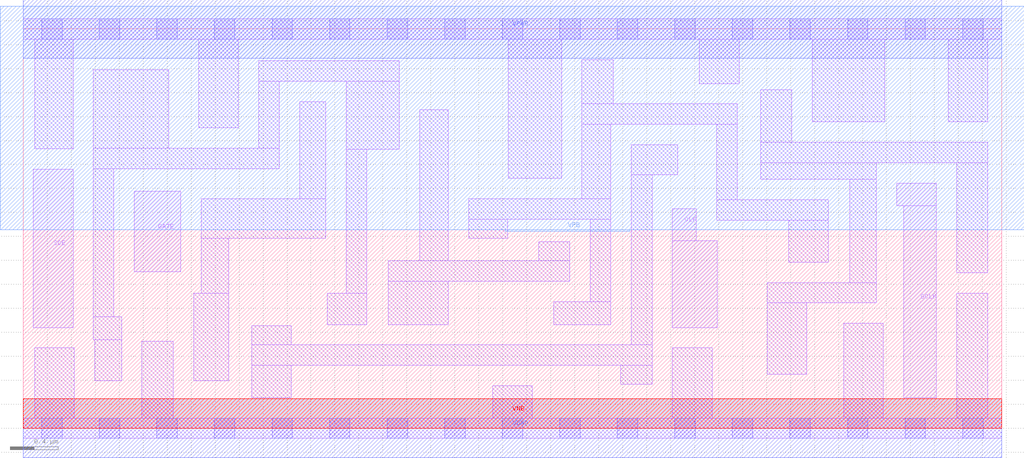
<source format=lef>
# Copyright 2020 The SkyWater PDK Authors
#
# Licensed under the Apache License, Version 2.0 (the "License");
# you may not use this file except in compliance with the License.
# You may obtain a copy of the License at
#
#     https://www.apache.org/licenses/LICENSE-2.0
#
# Unless required by applicable law or agreed to in writing, software
# distributed under the License is distributed on an "AS IS" BASIS,
# WITHOUT WARRANTIES OR CONDITIONS OF ANY KIND, either express or implied.
# See the License for the specific language governing permissions and
# limitations under the License.
#
# SPDX-License-Identifier: Apache-2.0

VERSION 5.7 ;
  NOWIREEXTENSIONATPIN ON ;
  DIVIDERCHAR "/" ;
  BUSBITCHARS "[]" ;
MACRO sky130_fd_sc_lp__sdlclkp_2
  CLASS CORE ;
  FOREIGN sky130_fd_sc_lp__sdlclkp_2 ;
  ORIGIN  0.000000  0.000000 ;
  SIZE  8.160000 BY  3.330000 ;
  SYMMETRY X Y R90 ;
  SITE unit ;
  PIN GATE
    ANTENNAGATEAREA  0.159000 ;
    DIRECTION INPUT ;
    USE SIGNAL ;
    PORT
      LAYER li1 ;
        RECT 0.925000 1.305000 1.315000 1.975000 ;
    END
  END GATE
  PIN GCLK
    ANTENNADIFFAREA  0.588000 ;
    DIRECTION OUTPUT ;
    USE SIGNAL ;
    PORT
      LAYER li1 ;
        RECT 7.285000 1.855000 7.615000 2.045000 ;
        RECT 7.345000 0.255000 7.615000 1.855000 ;
    END
  END GCLK
  PIN SCE
    ANTENNAGATEAREA  0.159000 ;
    DIRECTION INPUT ;
    USE SIGNAL ;
    PORT
      LAYER li1 ;
        RECT 0.085000 0.840000 0.415000 2.160000 ;
    END
  END SCE
  PIN CLK
    ANTENNAGATEAREA  0.318000 ;
    DIRECTION INPUT ;
    USE CLOCK ;
    PORT
      LAYER li1 ;
        RECT 5.415000 0.840000 5.790000 1.565000 ;
        RECT 5.415000 1.565000 5.615000 1.830000 ;
    END
  END CLK
  PIN VGND
    DIRECTION INOUT ;
    USE GROUND ;
    PORT
      LAYER met1 ;
        RECT 0.000000 -0.245000 8.160000 0.245000 ;
    END
  END VGND
  PIN VNB
    DIRECTION INOUT ;
    USE GROUND ;
    PORT
      LAYER pwell ;
        RECT 0.000000 0.000000 8.160000 0.245000 ;
    END
  END VNB
  PIN VPB
    DIRECTION INOUT ;
    USE POWER ;
    PORT
      LAYER nwell ;
        RECT -0.190000 1.655000 8.350000 3.520000 ;
        RECT  4.020000 1.645000 5.060000 1.655000 ;
    END
  END VPB
  PIN VPWR
    DIRECTION INOUT ;
    USE POWER ;
    PORT
      LAYER met1 ;
        RECT 0.000000 3.085000 8.160000 3.575000 ;
    END
  END VPWR
  OBS
    LAYER li1 ;
      RECT 0.000000 -0.085000 8.160000 0.085000 ;
      RECT 0.000000  3.245000 8.160000 3.415000 ;
      RECT 0.095000  0.085000 0.425000 0.670000 ;
      RECT 0.095000  2.330000 0.415000 3.245000 ;
      RECT 0.585000  0.740000 0.820000 0.930000 ;
      RECT 0.585000  0.930000 0.755000 2.165000 ;
      RECT 0.585000  2.165000 2.135000 2.335000 ;
      RECT 0.585000  2.335000 1.215000 2.990000 ;
      RECT 0.595000  0.395000 0.820000 0.740000 ;
      RECT 0.990000  0.085000 1.250000 0.725000 ;
      RECT 1.420000  0.395000 1.715000 1.125000 ;
      RECT 1.465000  2.505000 1.795000 3.245000 ;
      RECT 1.485000  1.125000 1.715000 1.585000 ;
      RECT 1.485000  1.585000 2.525000 1.915000 ;
      RECT 1.905000  0.255000 2.235000 0.525000 ;
      RECT 1.905000  0.525000 5.245000 0.695000 ;
      RECT 1.905000  0.695000 2.235000 0.855000 ;
      RECT 1.965000  2.335000 2.135000 2.895000 ;
      RECT 1.965000  2.895000 3.135000 3.065000 ;
      RECT 2.305000  1.915000 2.525000 2.725000 ;
      RECT 2.535000  0.865000 2.865000 1.125000 ;
      RECT 2.695000  1.125000 2.865000 2.325000 ;
      RECT 2.695000  2.325000 3.135000 2.895000 ;
      RECT 3.045000  0.865000 3.545000 1.225000 ;
      RECT 3.045000  1.225000 4.560000 1.395000 ;
      RECT 3.305000  1.395000 3.545000 2.655000 ;
      RECT 3.715000  1.585000 4.040000 1.745000 ;
      RECT 3.715000  1.745000 4.900000 1.915000 ;
      RECT 3.915000  0.085000 4.245000 0.355000 ;
      RECT 4.045000  2.085000 4.490000 3.245000 ;
      RECT 4.300000  1.395000 4.560000 1.555000 ;
      RECT 4.425000  0.865000 4.900000 1.055000 ;
      RECT 4.660000  1.915000 4.900000 2.535000 ;
      RECT 4.660000  2.535000 5.955000 2.705000 ;
      RECT 4.660000  2.705000 4.920000 3.075000 ;
      RECT 4.730000  1.055000 4.900000 1.745000 ;
      RECT 4.985000  0.365000 5.245000 0.525000 ;
      RECT 5.070000  0.695000 5.245000 2.115000 ;
      RECT 5.070000  2.115000 5.460000 2.365000 ;
      RECT 5.415000  0.085000 5.745000 0.670000 ;
      RECT 5.640000  2.875000 5.970000 3.245000 ;
      RECT 5.785000  1.735000 6.715000 1.905000 ;
      RECT 5.785000  1.905000 5.955000 2.535000 ;
      RECT 6.150000  2.075000 7.115000 2.215000 ;
      RECT 6.150000  2.215000 8.045000 2.385000 ;
      RECT 6.150000  2.385000 6.410000 2.825000 ;
      RECT 6.205000  0.450000 6.535000 1.045000 ;
      RECT 6.205000  1.045000 7.115000 1.215000 ;
      RECT 6.385000  1.385000 6.715000 1.735000 ;
      RECT 6.580000  2.555000 7.185000 3.245000 ;
      RECT 6.845000  0.085000 7.175000 0.875000 ;
      RECT 6.895000  1.215000 7.115000 2.075000 ;
      RECT 7.715000  2.555000 8.045000 3.245000 ;
      RECT 7.785000  0.085000 8.045000 1.125000 ;
      RECT 7.785000  1.295000 8.045000 2.215000 ;
    LAYER mcon ;
      RECT 0.155000 -0.085000 0.325000 0.085000 ;
      RECT 0.155000  3.245000 0.325000 3.415000 ;
      RECT 0.635000 -0.085000 0.805000 0.085000 ;
      RECT 0.635000  3.245000 0.805000 3.415000 ;
      RECT 1.115000 -0.085000 1.285000 0.085000 ;
      RECT 1.115000  3.245000 1.285000 3.415000 ;
      RECT 1.595000 -0.085000 1.765000 0.085000 ;
      RECT 1.595000  3.245000 1.765000 3.415000 ;
      RECT 2.075000 -0.085000 2.245000 0.085000 ;
      RECT 2.075000  3.245000 2.245000 3.415000 ;
      RECT 2.555000 -0.085000 2.725000 0.085000 ;
      RECT 2.555000  3.245000 2.725000 3.415000 ;
      RECT 3.035000 -0.085000 3.205000 0.085000 ;
      RECT 3.035000  3.245000 3.205000 3.415000 ;
      RECT 3.515000 -0.085000 3.685000 0.085000 ;
      RECT 3.515000  3.245000 3.685000 3.415000 ;
      RECT 3.995000 -0.085000 4.165000 0.085000 ;
      RECT 3.995000  3.245000 4.165000 3.415000 ;
      RECT 4.475000 -0.085000 4.645000 0.085000 ;
      RECT 4.475000  3.245000 4.645000 3.415000 ;
      RECT 4.955000 -0.085000 5.125000 0.085000 ;
      RECT 4.955000  3.245000 5.125000 3.415000 ;
      RECT 5.435000 -0.085000 5.605000 0.085000 ;
      RECT 5.435000  3.245000 5.605000 3.415000 ;
      RECT 5.915000 -0.085000 6.085000 0.085000 ;
      RECT 5.915000  3.245000 6.085000 3.415000 ;
      RECT 6.395000 -0.085000 6.565000 0.085000 ;
      RECT 6.395000  3.245000 6.565000 3.415000 ;
      RECT 6.875000 -0.085000 7.045000 0.085000 ;
      RECT 6.875000  3.245000 7.045000 3.415000 ;
      RECT 7.355000 -0.085000 7.525000 0.085000 ;
      RECT 7.355000  3.245000 7.525000 3.415000 ;
      RECT 7.835000 -0.085000 8.005000 0.085000 ;
      RECT 7.835000  3.245000 8.005000 3.415000 ;
  END
END sky130_fd_sc_lp__sdlclkp_2
END LIBRARY

</source>
